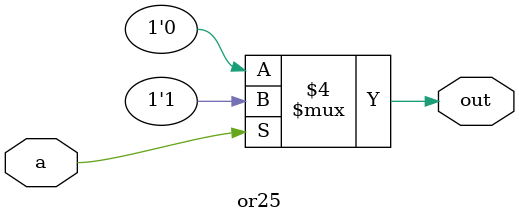
<source format=v>
module or25 (
    input wire a,
    output reg out
);

    always @(*) begin
        out = (|a == 1'b1) ? 1'b1 : 1'b0;
    end
    
endmodule

</source>
